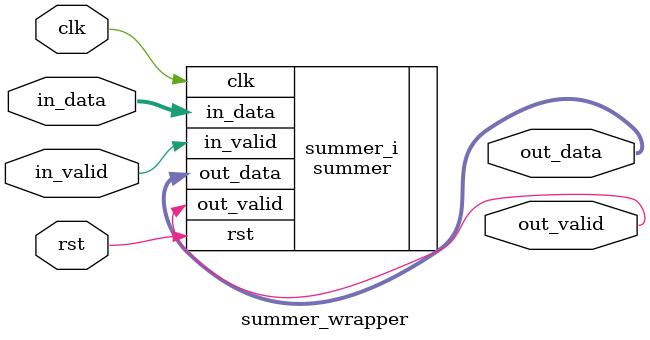
<source format=sv>

`ifndef COCOTB_SIM
  `include "summer.sv"
`endif

module summer_wrapper #(
    parameter DATA_W = 4       // Data signal bit size
  )
  (
    input   logic               clk,
    input   logic               rst,
    input   logic               in_valid,   // input data valid signal
    input   logic [DATA_W-1:0]  in_data,    // input data signal
    output  logic               out_valid,  // valid output signal
    output  logic [DATA_W-1:0]  out_data    // output signal
  );

  summer #(
    .DATA_W(DATA_W)
  )
  summer_i (
    .clk(clk),
    .rst(rst),
    .in_valid(in_valid),
    .in_data(in_data),
    .out_valid(out_valid),
    .out_data(out_data)
  );

endmodule: summer_wrapper
</source>
